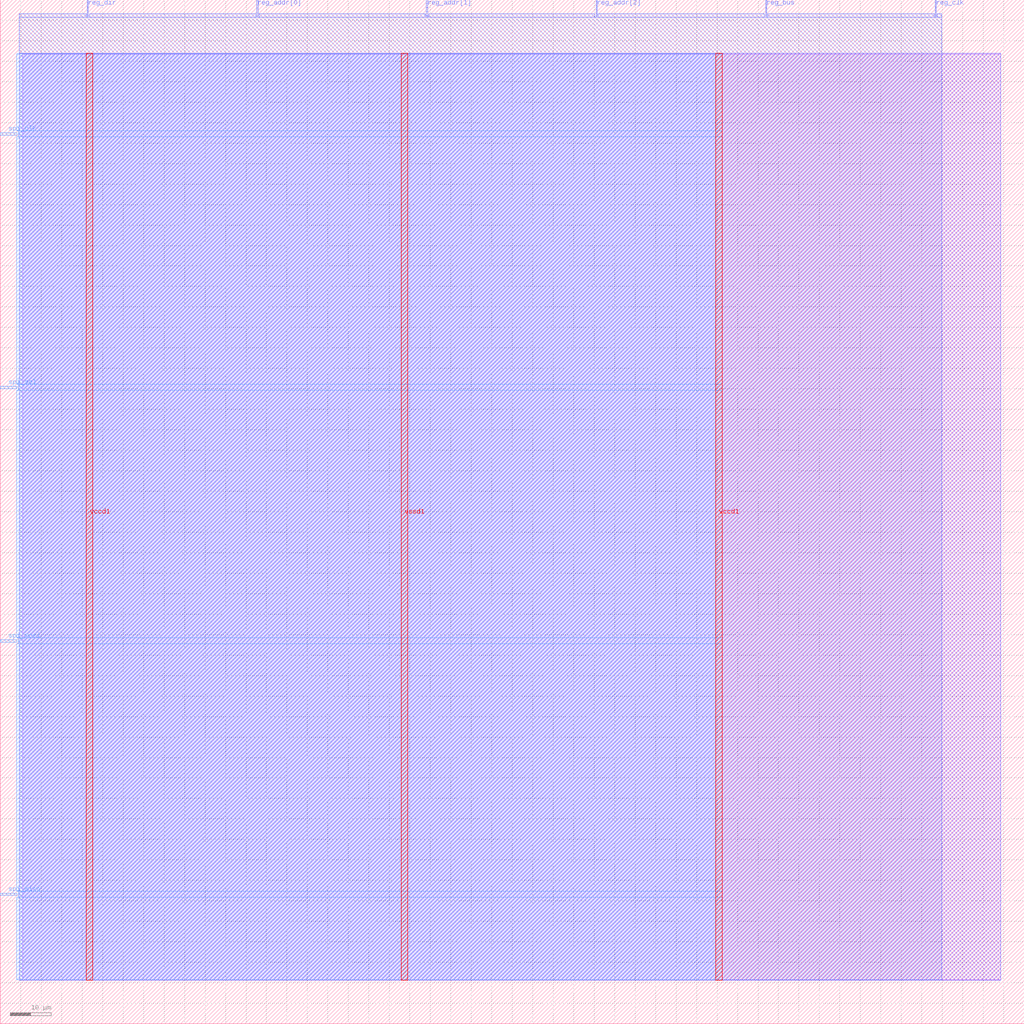
<source format=lef>
VERSION 5.7 ;
  NOWIREEXTENSIONATPIN ON ;
  DIVIDERCHAR "/" ;
  BUSBITCHARS "[]" ;
MACRO spi_device
  CLASS BLOCK ;
  FOREIGN spi_device ;
  ORIGIN 0.000 0.000 ;
  SIZE 250.000 BY 250.000 ;
  PIN reg_addr[0]
    DIRECTION OUTPUT TRISTATE ;
    USE SIGNAL ;
    PORT
      LAYER met2 ;
        RECT 62.650 246.000 62.930 250.000 ;
    END
  END reg_addr[0]
  PIN reg_addr[1]
    DIRECTION OUTPUT TRISTATE ;
    USE SIGNAL ;
    PORT
      LAYER met2 ;
        RECT 104.050 246.000 104.330 250.000 ;
    END
  END reg_addr[1]
  PIN reg_addr[2]
    DIRECTION OUTPUT TRISTATE ;
    USE SIGNAL ;
    PORT
      LAYER met2 ;
        RECT 145.450 246.000 145.730 250.000 ;
    END
  END reg_addr[2]
  PIN reg_bus
    DIRECTION INOUT ;
    USE SIGNAL ;
    PORT
      LAYER met2 ;
        RECT 186.850 246.000 187.130 250.000 ;
    END
  END reg_bus
  PIN reg_clk
    DIRECTION OUTPUT TRISTATE ;
    USE SIGNAL ;
    PORT
      LAYER met2 ;
        RECT 228.250 246.000 228.530 250.000 ;
    END
  END reg_clk
  PIN reg_dir
    DIRECTION OUTPUT TRISTATE ;
    USE SIGNAL ;
    PORT
      LAYER met2 ;
        RECT 21.250 246.000 21.530 250.000 ;
    END
  END reg_dir
  PIN spi_clk
    DIRECTION INPUT ;
    USE SIGNAL ;
    PORT
      LAYER met3 ;
        RECT 0.000 216.960 4.000 217.560 ;
    END
  END spi_clk
  PIN spi_miso
    DIRECTION OUTPUT TRISTATE ;
    USE SIGNAL ;
    PORT
      LAYER met3 ;
        RECT 0.000 31.320 4.000 31.920 ;
    END
  END spi_miso
  PIN spi_mosi
    DIRECTION INPUT ;
    USE SIGNAL ;
    PORT
      LAYER met3 ;
        RECT 0.000 93.200 4.000 93.800 ;
    END
  END spi_mosi
  PIN spi_sel
    DIRECTION INPUT ;
    USE SIGNAL ;
    PORT
      LAYER met3 ;
        RECT 0.000 155.080 4.000 155.680 ;
    END
  END spi_sel
  PIN vccd1
    DIRECTION INOUT ;
    USE POWER ;
    PORT
      LAYER met4 ;
        RECT 21.040 10.640 22.640 236.880 ;
    END
    PORT
      LAYER met4 ;
        RECT 174.640 10.640 176.240 236.880 ;
    END
  END vccd1
  PIN vssd1
    DIRECTION INOUT ;
    USE GROUND ;
    PORT
      LAYER met4 ;
        RECT 97.840 10.640 99.440 236.880 ;
    END
  END vssd1
  OBS
      LAYER li1 ;
        RECT 5.520 10.795 244.260 236.725 ;
      LAYER met1 ;
        RECT 4.670 10.640 244.260 236.880 ;
      LAYER met2 ;
        RECT 4.690 245.720 20.970 246.570 ;
        RECT 21.810 245.720 62.370 246.570 ;
        RECT 63.210 245.720 103.770 246.570 ;
        RECT 104.610 245.720 145.170 246.570 ;
        RECT 146.010 245.720 186.570 246.570 ;
        RECT 187.410 245.720 227.970 246.570 ;
        RECT 228.810 245.720 229.900 246.570 ;
        RECT 4.690 10.695 229.900 245.720 ;
      LAYER met3 ;
        RECT 4.000 217.960 176.230 236.805 ;
        RECT 4.400 216.560 176.230 217.960 ;
        RECT 4.000 156.080 176.230 216.560 ;
        RECT 4.400 154.680 176.230 156.080 ;
        RECT 4.000 94.200 176.230 154.680 ;
        RECT 4.400 92.800 176.230 94.200 ;
        RECT 4.000 32.320 176.230 92.800 ;
        RECT 4.400 30.920 176.230 32.320 ;
        RECT 4.000 10.715 176.230 30.920 ;
  END
END spi_device
END LIBRARY


</source>
